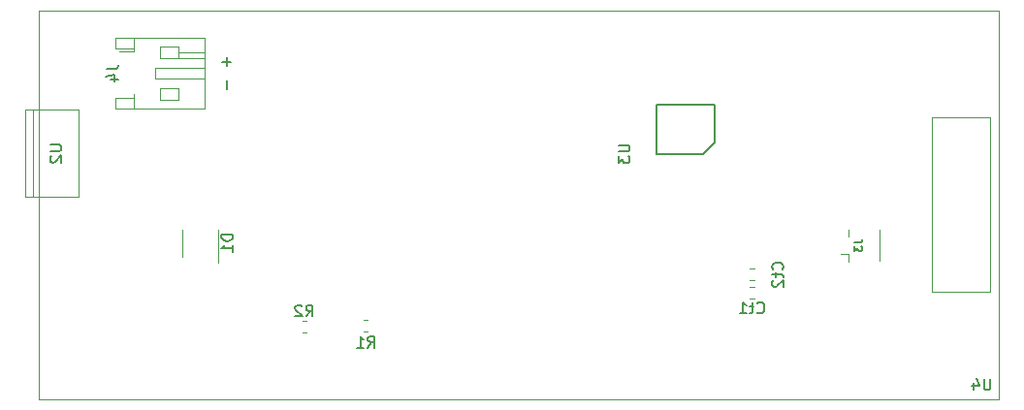
<source format=gbo>
G04 #@! TF.GenerationSoftware,KiCad,Pcbnew,6.0.0-unknown-920f128~86~ubuntu18.04.1*
G04 #@! TF.CreationDate,2019-07-19T16:12:04-04:00*
G04 #@! TF.ProjectId,Femtosat,46656d74-6f73-4617-942e-6b696361645f,rev?*
G04 #@! TF.SameCoordinates,Original*
G04 #@! TF.FileFunction,Legend,Bot*
G04 #@! TF.FilePolarity,Positive*
%FSLAX46Y46*%
G04 Gerber Fmt 4.6, Leading zero omitted, Abs format (unit mm)*
G04 Created by KiCad (PCBNEW 6.0.0-unknown-920f128~86~ubuntu18.04.1) date 2019-07-19 16:12:04*
%MOMM*%
%LPD*%
G04 APERTURE LIST*
%ADD10C,0.150000*%
%ADD11C,0.120000*%
G04 APERTURE END LIST*
D10*
X102271428Y-44419047D02*
X102271428Y-45180952D01*
X102271428Y-42419047D02*
X102271428Y-43180952D01*
X102652380Y-42800000D02*
X101890476Y-42800000D01*
D11*
X85380000Y-46990000D02*
X85380000Y-54610000D01*
X84680000Y-54610000D02*
X89380000Y-54610000D01*
X84680000Y-46990000D02*
X84680000Y-54610000D01*
X89380000Y-46990000D02*
X84680000Y-46990000D01*
X89380000Y-54610000D02*
X89380000Y-46990000D01*
X163875000Y-47630000D02*
X163875000Y-62870000D01*
X168955000Y-47630000D02*
X163875000Y-47630000D01*
X168955000Y-62870000D02*
X168955000Y-47630000D01*
X163875000Y-62870000D02*
X168955000Y-62870000D01*
X85895000Y-38315000D02*
X85895000Y-72315000D01*
X169715000Y-72315000D02*
X169715000Y-38315000D01*
X85895000Y-38315000D02*
X169715000Y-38315000D01*
X85895000Y-72315000D02*
X169715000Y-72315000D01*
X156565000Y-60250000D02*
X156565000Y-59610000D01*
X156565000Y-57450000D02*
X156565000Y-58090000D01*
X156565000Y-59610000D02*
X155935000Y-59610000D01*
X159285000Y-60200000D02*
X159285000Y-57500000D01*
X98450000Y-59850000D02*
X98450000Y-57450000D01*
X101550000Y-57450000D02*
X101550000Y-60400000D01*
X109221267Y-65440000D02*
X108878733Y-65440000D01*
X109221267Y-66460000D02*
X108878733Y-66460000D01*
X114278733Y-66410000D02*
X114621267Y-66410000D01*
X114278733Y-65390000D02*
X114621267Y-65390000D01*
D10*
X144850000Y-49850000D02*
X143850000Y-50850000D01*
X139850000Y-50850000D02*
X143850000Y-50850000D01*
X144850000Y-49850000D02*
X144850000Y-46550000D01*
X144850000Y-46550000D02*
X139830480Y-46550000D01*
X139850000Y-46550000D02*
X139850000Y-50850000D01*
D11*
X94140000Y-41940000D02*
X92925000Y-41940000D01*
X98100000Y-42000000D02*
X100360000Y-42000000D01*
X98100000Y-42500000D02*
X100360000Y-42500000D01*
X96500000Y-45100000D02*
X96500000Y-46100000D01*
X98100000Y-45100000D02*
X96500000Y-45100000D01*
X98100000Y-46100000D02*
X98100000Y-45100000D01*
X96500000Y-46100000D02*
X98100000Y-46100000D01*
X96500000Y-42500000D02*
X96500000Y-41500000D01*
X98100000Y-42500000D02*
X96500000Y-42500000D01*
X98100000Y-41500000D02*
X98100000Y-42500000D01*
X96500000Y-41500000D02*
X98100000Y-41500000D01*
X94140000Y-46860000D02*
X94140000Y-45940000D01*
X94140000Y-40740000D02*
X94140000Y-41660000D01*
X96000000Y-44300000D02*
X100360000Y-44300000D01*
X96000000Y-43300000D02*
X96000000Y-44300000D01*
X100360000Y-43300000D02*
X96000000Y-43300000D01*
X94140000Y-45940000D02*
X94140000Y-45660000D01*
X92540000Y-45940000D02*
X94140000Y-45940000D01*
X92540000Y-46860000D02*
X92540000Y-45940000D01*
X100360000Y-46860000D02*
X92540000Y-46860000D01*
X100360000Y-40740000D02*
X100360000Y-46860000D01*
X92540000Y-40740000D02*
X100360000Y-40740000D01*
X92540000Y-41660000D02*
X92540000Y-40740000D01*
X94140000Y-41660000D02*
X92540000Y-41660000D01*
X94140000Y-41940000D02*
X94140000Y-41660000D01*
X148321267Y-61910000D02*
X147978733Y-61910000D01*
X148321267Y-60890000D02*
X147978733Y-60890000D01*
X148321267Y-63460000D02*
X147978733Y-63460000D01*
X148321267Y-62440000D02*
X147978733Y-62440000D01*
D10*
X86852380Y-50038095D02*
X87661904Y-50038095D01*
X87757142Y-50085714D01*
X87804761Y-50133333D01*
X87852380Y-50228571D01*
X87852380Y-50419047D01*
X87804761Y-50514285D01*
X87757142Y-50561904D01*
X87661904Y-50609523D01*
X86852380Y-50609523D01*
X86947619Y-51038095D02*
X86900000Y-51085714D01*
X86852380Y-51180952D01*
X86852380Y-51419047D01*
X86900000Y-51514285D01*
X86947619Y-51561904D01*
X87042857Y-51609523D01*
X87138095Y-51609523D01*
X87280952Y-51561904D01*
X87852380Y-50990476D01*
X87852380Y-51609523D01*
X168961904Y-70482380D02*
X168961904Y-71291904D01*
X168914285Y-71387142D01*
X168866666Y-71434761D01*
X168771428Y-71482380D01*
X168580952Y-71482380D01*
X168485714Y-71434761D01*
X168438095Y-71387142D01*
X168390476Y-71291904D01*
X168390476Y-70482380D01*
X167485714Y-70815714D02*
X167485714Y-71482380D01*
X167723809Y-70434761D02*
X167961904Y-71149047D01*
X167342857Y-71149047D01*
X157066666Y-58616666D02*
X157566666Y-58616666D01*
X157666666Y-58583333D01*
X157733333Y-58516666D01*
X157766666Y-58416666D01*
X157766666Y-58350000D01*
X157066666Y-58883333D02*
X157066666Y-59316666D01*
X157333333Y-59083333D01*
X157333333Y-59183333D01*
X157366666Y-59250000D01*
X157400000Y-59283333D01*
X157466666Y-59316666D01*
X157633333Y-59316666D01*
X157700000Y-59283333D01*
X157733333Y-59250000D01*
X157766666Y-59183333D01*
X157766666Y-58983333D01*
X157733333Y-58916666D01*
X157700000Y-58883333D01*
X102832380Y-57891904D02*
X101832380Y-57891904D01*
X101832380Y-58130000D01*
X101880000Y-58272857D01*
X101975238Y-58368095D01*
X102070476Y-58415714D01*
X102260952Y-58463333D01*
X102403809Y-58463333D01*
X102594285Y-58415714D01*
X102689523Y-58368095D01*
X102784761Y-58272857D01*
X102832380Y-58130000D01*
X102832380Y-57891904D01*
X102832380Y-59415714D02*
X102832380Y-58844285D01*
X102832380Y-59130000D02*
X101832380Y-59130000D01*
X101975238Y-59034761D01*
X102070476Y-58939523D01*
X102118095Y-58844285D01*
X109216666Y-65052380D02*
X109550000Y-64576190D01*
X109788095Y-65052380D02*
X109788095Y-64052380D01*
X109407142Y-64052380D01*
X109311904Y-64100000D01*
X109264285Y-64147619D01*
X109216666Y-64242857D01*
X109216666Y-64385714D01*
X109264285Y-64480952D01*
X109311904Y-64528571D01*
X109407142Y-64576190D01*
X109788095Y-64576190D01*
X108835714Y-64147619D02*
X108788095Y-64100000D01*
X108692857Y-64052380D01*
X108454761Y-64052380D01*
X108359523Y-64100000D01*
X108311904Y-64147619D01*
X108264285Y-64242857D01*
X108264285Y-64338095D01*
X108311904Y-64480952D01*
X108883333Y-65052380D01*
X108264285Y-65052380D01*
X114616666Y-67782380D02*
X114950000Y-67306190D01*
X115188095Y-67782380D02*
X115188095Y-66782380D01*
X114807142Y-66782380D01*
X114711904Y-66830000D01*
X114664285Y-66877619D01*
X114616666Y-66972857D01*
X114616666Y-67115714D01*
X114664285Y-67210952D01*
X114711904Y-67258571D01*
X114807142Y-67306190D01*
X115188095Y-67306190D01*
X113664285Y-67782380D02*
X114235714Y-67782380D01*
X113950000Y-67782380D02*
X113950000Y-66782380D01*
X114045238Y-66925238D01*
X114140476Y-67020476D01*
X114235714Y-67068095D01*
X136473620Y-50085555D02*
X137283144Y-50085555D01*
X137378382Y-50133174D01*
X137426001Y-50180793D01*
X137473620Y-50276031D01*
X137473620Y-50466507D01*
X137426001Y-50561745D01*
X137378382Y-50609364D01*
X137283144Y-50656983D01*
X136473620Y-50656983D01*
X136473620Y-51037936D02*
X136473620Y-51656983D01*
X136854573Y-51323650D01*
X136854573Y-51466507D01*
X136902192Y-51561745D01*
X136949811Y-51609364D01*
X137045049Y-51656983D01*
X137283144Y-51656983D01*
X137378382Y-51609364D01*
X137426001Y-51561745D01*
X137473620Y-51466507D01*
X137473620Y-51180793D01*
X137426001Y-51085555D01*
X137378382Y-51037936D01*
X91802380Y-43466666D02*
X92516666Y-43466666D01*
X92659523Y-43419047D01*
X92754761Y-43323809D01*
X92802380Y-43180952D01*
X92802380Y-43085714D01*
X92135714Y-44371428D02*
X92802380Y-44371428D01*
X91754761Y-44133333D02*
X92469047Y-43895238D01*
X92469047Y-44514285D01*
X150807142Y-60947619D02*
X150854761Y-60900000D01*
X150902380Y-60757142D01*
X150902380Y-60661904D01*
X150854761Y-60519047D01*
X150759523Y-60423809D01*
X150664285Y-60376190D01*
X150473809Y-60328571D01*
X150330952Y-60328571D01*
X150140476Y-60376190D01*
X150045238Y-60423809D01*
X149950000Y-60519047D01*
X149902380Y-60661904D01*
X149902380Y-60757142D01*
X149950000Y-60900000D01*
X149997619Y-60947619D01*
X150235714Y-61233333D02*
X150235714Y-61614285D01*
X149902380Y-61376190D02*
X150759523Y-61376190D01*
X150854761Y-61423809D01*
X150902380Y-61519047D01*
X150902380Y-61614285D01*
X149997619Y-61900000D02*
X149950000Y-61947619D01*
X149902380Y-62042857D01*
X149902380Y-62280952D01*
X149950000Y-62376190D01*
X149997619Y-62423809D01*
X150092857Y-62471428D01*
X150188095Y-62471428D01*
X150330952Y-62423809D01*
X150902380Y-61852380D01*
X150902380Y-62471428D01*
X148602380Y-64707142D02*
X148650000Y-64754761D01*
X148792857Y-64802380D01*
X148888095Y-64802380D01*
X149030952Y-64754761D01*
X149126190Y-64659523D01*
X149173809Y-64564285D01*
X149221428Y-64373809D01*
X149221428Y-64230952D01*
X149173809Y-64040476D01*
X149126190Y-63945238D01*
X149030952Y-63850000D01*
X148888095Y-63802380D01*
X148792857Y-63802380D01*
X148650000Y-63850000D01*
X148602380Y-63897619D01*
X148316666Y-64135714D02*
X147935714Y-64135714D01*
X148173809Y-63802380D02*
X148173809Y-64659523D01*
X148126190Y-64754761D01*
X148030952Y-64802380D01*
X147935714Y-64802380D01*
X147078571Y-64802380D02*
X147650000Y-64802380D01*
X147364285Y-64802380D02*
X147364285Y-63802380D01*
X147459523Y-63945238D01*
X147554761Y-64040476D01*
X147650000Y-64088095D01*
M02*

</source>
